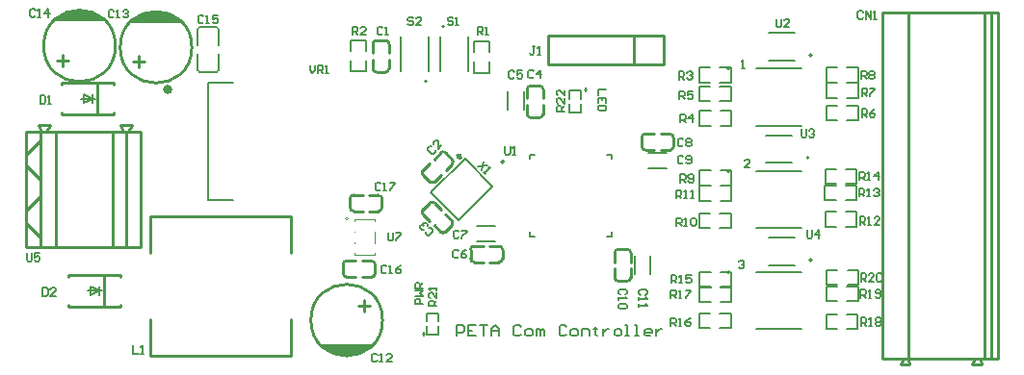
<source format=gbr>
%TF.GenerationSoftware,Altium Limited,Altium Designer,22.5.1 (42)*%
G04 Layer_Color=65535*
%FSLAX45Y45*%
%MOMM*%
%TF.SameCoordinates,F63A7803-94E7-494B-9888-F8709FA5C5B4*%
%TF.FilePolarity,Positive*%
%TF.FileFunction,Legend,Top*%
%TF.Part,Single*%
G01*
G75*
%TA.AperFunction,NonConductor*%
%ADD39C,0.20000*%
%ADD45C,0.25400*%
%ADD46C,0.30000*%
%ADD47C,0.10000*%
%ADD48C,0.15240*%
%ADD49C,0.40000*%
%ADD50C,0.12700*%
%ADD51C,0.20320*%
%ADD52C,0.15001*%
G36*
X3047001Y181301D02*
X3032592Y165341D01*
X2999619Y137734D01*
X2963130Y114977D01*
X2923832Y97512D01*
X2882489Y85676D01*
X2839902Y79701D01*
X2796898D01*
X2754312Y85676D01*
X2712969Y97512D01*
X2673671Y114977D01*
X2637182Y137734D01*
X2604209Y165341D01*
X2589800Y181301D01*
Y181301D01*
X3047001D01*
Y181301D01*
D02*
G37*
G36*
X241340Y3027300D02*
X255749Y3043260D01*
X288722Y3070866D01*
X325211Y3093623D01*
X364508Y3111089D01*
X405851Y3122924D01*
X448438Y3128900D01*
X491442D01*
X534029Y3122924D01*
X575372Y3111089D01*
X614669Y3093623D01*
X651158Y3070866D01*
X684131Y3043260D01*
X698540Y3027300D01*
X698541Y3027300D01*
X241341D01*
X241340Y3027300D01*
D02*
G37*
G36*
X913640Y3015300D02*
X928048Y3031260D01*
X961021Y3058866D01*
X997511Y3081623D01*
X1036808Y3099089D01*
X1078151Y3110924D01*
X1120738Y3116900D01*
X1163742D01*
X1206329Y3110924D01*
X1247672Y3099089D01*
X1286969Y3081623D01*
X1323458Y3058866D01*
X1356431Y3031260D01*
X1370840Y3015300D01*
X1370840Y3015300D01*
X913641D01*
X913640Y3015300D01*
D02*
G37*
G36*
X3501225Y278671D02*
X3516714D01*
Y268671D01*
X3501225D01*
Y253233D01*
X3491225D01*
Y268671D01*
X3476714D01*
Y278671D01*
X3491225D01*
Y293233D01*
X3501225D01*
Y278671D01*
D02*
G37*
G36*
X4923676Y2428912D02*
X4938187D01*
Y2418912D01*
X4923676D01*
Y2404351D01*
X4913676D01*
Y2418912D01*
X4898187D01*
Y2428912D01*
X4913676D01*
Y2444350D01*
X4923676D01*
Y2428912D01*
D02*
G37*
D39*
X3521401Y2500901D02*
G03*
X3521401Y2500901I-10000J0D01*
G01*
X3676501Y2981501D02*
G03*
X3676501Y2981501I-10000J0D01*
G01*
X4203000Y1791301D02*
G03*
X4203000Y1791301I-15000J0D01*
G01*
X6182301Y1707701D02*
G03*
X6182301Y1707701I-10000J0D01*
G01*
Y2609401D02*
G03*
X6182301Y2609401I-10000J0D01*
G01*
X6879300Y1827701D02*
G03*
X6879300Y1827701I-10000J0D01*
G01*
X6904700Y2729401D02*
G03*
X6904700Y2729401I-10000J0D01*
G01*
X6182301Y818701D02*
G03*
X6182301Y818701I-10000J0D01*
G01*
X6905501Y925601D02*
G03*
X6905501Y925601I-10000J0D01*
G01*
X3289301Y2590401D02*
Y2890401D01*
X3539301Y2590400D02*
Y2890401D01*
X3888601Y2892001D02*
X3888601Y2592000D01*
X3638601Y2592001D02*
Y2892001D01*
X3786200Y256800D02*
Y356768D01*
X3836184D01*
X3852845Y340106D01*
Y306784D01*
X3836184Y290122D01*
X3786200D01*
X3952813Y356768D02*
X3886168D01*
Y256800D01*
X3952813D01*
X3886168Y306784D02*
X3919490D01*
X3986136Y356768D02*
X4052781D01*
X4019458D01*
Y256800D01*
X4086103D02*
Y323445D01*
X4119426Y356768D01*
X4152748Y323445D01*
Y256800D01*
Y306784D01*
X4086103D01*
X4352684Y340106D02*
X4336023Y356768D01*
X4302700D01*
X4286039Y340106D01*
Y273461D01*
X4302700Y256800D01*
X4336023D01*
X4352684Y273461D01*
X4402668Y256800D02*
X4435991D01*
X4452652Y273461D01*
Y306784D01*
X4435991Y323445D01*
X4402668D01*
X4386007Y306784D01*
Y273461D01*
X4402668Y256800D01*
X4485975D02*
Y323445D01*
X4502636D01*
X4519297Y306784D01*
Y256800D01*
Y306784D01*
X4535958Y323445D01*
X4552620Y306784D01*
Y256800D01*
X4752555Y340106D02*
X4735894Y356768D01*
X4702571D01*
X4685910Y340106D01*
Y273461D01*
X4702571Y256800D01*
X4735894D01*
X4752555Y273461D01*
X4802539Y256800D02*
X4835862D01*
X4852523Y273461D01*
Y306784D01*
X4835862Y323445D01*
X4802539D01*
X4785878Y306784D01*
Y273461D01*
X4802539Y256800D01*
X4885846D02*
Y323445D01*
X4935830D01*
X4952491Y306784D01*
Y256800D01*
X5002475Y340106D02*
Y323445D01*
X4985813D01*
X5019136D01*
X5002475D01*
Y273461D01*
X5019136Y256800D01*
X5069120Y323445D02*
Y256800D01*
Y290122D01*
X5085781Y306784D01*
X5102442Y323445D01*
X5119104D01*
X5185749Y256800D02*
X5219072D01*
X5235733Y273461D01*
Y306784D01*
X5219072Y323445D01*
X5185749D01*
X5169088Y306784D01*
Y273461D01*
X5185749Y256800D01*
X5269056D02*
X5302378D01*
X5285717D01*
Y356768D01*
X5269056D01*
X5352362Y256800D02*
X5385684D01*
X5369023D01*
Y356768D01*
X5352362D01*
X5485652Y256800D02*
X5452330D01*
X5435668Y273461D01*
Y306784D01*
X5452330Y323445D01*
X5485652D01*
X5502313Y306784D01*
Y290122D01*
X5435668D01*
X5535636Y323445D02*
Y256800D01*
Y290122D01*
X5552298Y306784D01*
X5568959Y323445D01*
X5585620D01*
D45*
X3048098Y2612082D02*
G03*
X3079081Y2581099I30983J0D01*
G01*
X3159078D02*
G03*
X3190063Y2612082I3J30983D01*
G01*
X3079665Y2860652D02*
G03*
X3048679Y2829669I-3J-30983D01*
G01*
X3190645Y2829668D02*
G03*
X3159662Y2860651I-30983J0D01*
G01*
X4155709Y906998D02*
G03*
X4186692Y937981I0J30983D01*
G01*
Y1017978D02*
G03*
X4155709Y1048963I-30983J3D01*
G01*
X3907139Y938565D02*
G03*
X3938122Y907579I30983J-3D01*
G01*
X3938122Y1049545D02*
G03*
X3907139Y1018562I0J-30983D01*
G01*
X5441982Y2037204D02*
G03*
X5410999Y2006221I0J-30983D01*
G01*
X5410999Y1926224D02*
G03*
X5441982Y1895239I30983J-3D01*
G01*
X5690551Y2005637D02*
G03*
X5659568Y2036623I-30983J3D01*
G01*
Y1894656D02*
G03*
X5690551Y1925639I0J30983D01*
G01*
X4545529Y2429480D02*
G03*
X4514546Y2460462I-30983J0D01*
G01*
X4434549Y2460462D02*
G03*
X4403563Y2429479I-3J-30983D01*
G01*
X4513963Y2180910D02*
G03*
X4544948Y2211892I3J30983D01*
G01*
X4402982D02*
G03*
X4433965Y2180910I30983J0D01*
G01*
X3589114Y1428767D02*
G03*
X3545297Y1428767I-21908J-21908D01*
G01*
X3488731Y1372200D02*
G03*
X3488729Y1328381I21906J-21910D01*
G01*
X3742558Y1230680D02*
G03*
X3742560Y1274498I-21906J21910D01*
G01*
X3642175Y1174113D02*
G03*
X3685991Y1174113I21908J21908D01*
G01*
X5316204Y988509D02*
G03*
X5285221Y1019492I-30983J0D01*
G01*
X5205224D02*
G03*
X5174238Y988509I-3J-30983D01*
G01*
X5284637Y739940D02*
G03*
X5315622Y770923I3J30983D01*
G01*
X5173656Y770923D02*
G03*
X5204639Y739940I30983J0D01*
G01*
X3489735Y1717514D02*
G03*
X3489735Y1673698I21908J-21908D01*
G01*
X3546302Y1617131D02*
G03*
X3590120Y1617129I21910J21906D01*
G01*
X3687821Y1870958D02*
G03*
X3644003Y1870960I-21910J-21906D01*
G01*
X3744388Y1770575D02*
G03*
X3744388Y1814391I-21908J21908D01*
G01*
X3133361Y397201D02*
G03*
X3133361Y397201I-314960J0D01*
G01*
X3035719Y775798D02*
G03*
X3066702Y806781I0J30983D01*
G01*
Y886778D02*
G03*
X3035719Y917764I-30983J3D01*
G01*
X2787150Y807365D02*
G03*
X2818133Y776379I30983J-3D01*
G01*
Y918345D02*
G03*
X2787150Y887362I0J-30983D01*
G01*
X2879082Y1499104D02*
G03*
X2848099Y1468121I0J-30983D01*
G01*
Y1388124D02*
G03*
X2879082Y1357138I30983J-3D01*
G01*
X3127651Y1467537D02*
G03*
X3096668Y1498522I-30983J3D01*
G01*
X3096668Y1356557D02*
G03*
X3127651Y1387540I0J30983D01*
G01*
X1457200Y2799400D02*
G03*
X1457200Y2799400I-314960J0D01*
G01*
X784900Y2811400D02*
G03*
X784900Y2811400I-314960J0D01*
G01*
X4584801Y2652001D02*
X5344449D01*
X4584801D02*
Y2906001D01*
X5600801D01*
Y2652001D02*
Y2906001D01*
X5344449Y2652001D02*
X5600801D01*
X5344449D02*
Y2906001D01*
X3048685Y2749664D02*
Y2829664D01*
X3079665Y2860647D02*
X3159662Y2860647D01*
X3190645Y2749664D02*
Y2829664D01*
X3048098Y2612077D02*
Y2692074D01*
X3190063Y2612077D02*
Y2692074D01*
X3079076Y2581099D02*
X3159078D01*
X3938127Y907585D02*
X4018127D01*
X3907144Y1018563D02*
X3907145Y938565D01*
X3938127Y1049545D02*
X4018127D01*
X4075716Y906998D02*
X4155714Y906998D01*
X4075717Y1048963D02*
X4155714Y1048963D01*
X4186691Y937976D02*
X4186692Y1017978D01*
X312024Y2468491D02*
Y2485255D01*
Y2205347D02*
Y2222111D01*
X772018Y2468491D02*
Y2485255D01*
Y2205347D02*
Y2222111D01*
X312024Y2205347D02*
X772018D01*
X628508D02*
Y2485255D01*
X312024D02*
X772018D01*
X5579563Y2036617D02*
X5659563Y2036617D01*
X5690547Y1925640D02*
Y2005637D01*
X5579563Y1894656D02*
X5659563Y1894657D01*
X5441977Y2037204D02*
X5521974Y2037204D01*
X5441977Y1895238D02*
X5521974D01*
X5410999Y1926224D02*
X5410999Y2006226D01*
X4433960Y2180910D02*
X4513962D01*
X4544947Y2211887D02*
X4544948Y2291885D01*
X4402982D02*
X4402982Y2211887D01*
X4545529Y2429474D02*
X4545529Y2349474D01*
X4434549Y2460457D02*
X4514546Y2460457D01*
X4403569Y2349474D02*
Y2429474D01*
X3685987Y1174110D02*
X3742557Y1230680D01*
X3685996Y1331061D02*
X3742563Y1274495D01*
X3585611Y1230676D02*
X3642178Y1174110D01*
X3589117Y1428763D02*
X3645686Y1372194D01*
X3488734Y1372196D02*
X3545301Y1428763D01*
X3488736Y1328382D02*
X3545305Y1271813D01*
X5315617Y770928D02*
Y850927D01*
X5204640Y739945D02*
X5284637Y739944D01*
X5173656Y770928D02*
Y850927D01*
X5316204Y908517D02*
Y988514D01*
X5174238Y908517D02*
Y988514D01*
X5205224Y1019492D02*
X5285226Y1019492D01*
X3687821Y1870958D02*
X3744391Y1814388D01*
X3587440Y1814397D02*
X3644007Y1870963D01*
X3687825Y1714012D02*
X3744392Y1770578D01*
X3489739Y1717518D02*
X3546307Y1774086D01*
X3489739Y1673701D02*
X3546305Y1617134D01*
X3590120Y1617136D02*
X3646688Y1673705D01*
X880990Y1048100D02*
Y2046104D01*
X257839Y1048100D02*
Y2042711D01*
X261233Y2046104D01*
X124291Y1048100D02*
Y2046104D01*
X121480Y1974781D02*
X124289D01*
X2099Y1855401D02*
X121480Y1974781D01*
X2100Y1756341D02*
X2369D01*
X124289Y1634421D01*
Y1487370D02*
Y1499801D01*
X2099Y1365181D02*
X124289Y1487370D01*
X2100Y1240721D02*
X11934D01*
X124289Y1128367D01*
X762101Y1048100D02*
Y2046104D01*
X-1901Y2057102D02*
X1008100D01*
X-1901Y1037099D02*
Y2057102D01*
Y1037099D02*
X1008100D01*
Y2057102D01*
X828100Y2117102D02*
X854516Y2057102D01*
X828100Y2117102D02*
X928100D01*
X897528Y2057103D02*
X928100Y2117102D01*
X108101Y2117100D02*
X134517Y2057105D01*
X108101Y2117100D02*
X208101D01*
X177530Y2057105D02*
X208101Y2117100D01*
X2970801Y473401D02*
X2970801Y575001D01*
X2920001Y524201D02*
X3021600Y524201D01*
X2818138Y776384D02*
X2898137Y776385D01*
X2787155Y807365D02*
Y887362D01*
X2818138Y918345D02*
X2898137Y918345D01*
X2955727Y775798D02*
X3035724Y775798D01*
X2955727Y917763D02*
X3035724D01*
X3066702Y806776D02*
Y886778D01*
X2325295Y989314D02*
Y1311201D01*
Y81201D02*
Y403087D01*
X1095295Y81201D02*
Y403087D01*
Y989314D02*
Y1311201D01*
Y81201D02*
X2325295Y81201D01*
X1095295Y1311201D02*
X2325295Y1311201D01*
X3016664Y1498517D02*
X3096663Y1498517D01*
X3127646Y1387540D02*
X3127647Y1467537D01*
X3016664Y1356556D02*
X3096663Y1356557D01*
X2879077Y1499104D02*
X2959074D01*
X2879077Y1357138D02*
X2959074D01*
X2848099Y1388124D02*
X2848099Y1468126D01*
X369924Y781291D02*
Y798055D01*
Y518147D02*
Y534911D01*
X829918Y781291D02*
Y798055D01*
Y518147D02*
Y534911D01*
X369924Y518147D02*
X829918D01*
X686408D02*
Y798055D01*
X369924D02*
X829918D01*
X989840Y2621601D02*
X989840Y2723200D01*
X939040Y2672400D02*
X1040640Y2672401D01*
X317541Y2633601D02*
Y2735200D01*
X266741Y2684401D02*
X368340D01*
X7526502Y61201D02*
Y3105203D01*
X8330965Y29705D02*
Y61201D01*
X8316233Y15227D02*
X8330965Y29705D01*
X8316233Y5321D02*
Y15227D01*
Y5321D02*
X8396243D01*
Y25133D01*
X8386340Y35199D02*
X8396243Y25133D01*
X8386337Y61201D02*
X8386340Y35199D01*
X8386337Y61201D02*
X8386500Y55199D01*
X7526502Y61201D02*
X8546502D01*
X7701127Y29705D02*
Y61201D01*
X7686395Y15227D02*
X7701127Y29705D01*
X7686395Y5321D02*
Y15227D01*
Y5321D02*
X7766405D01*
Y25133D01*
X7756501Y35199D02*
X7766405Y25133D01*
X7756499Y61201D02*
X7756501Y35199D01*
X7756499Y61201D02*
X7756501Y65199D01*
X8423807Y3109201D02*
X8423807Y61201D01*
X8484958Y3109201D02*
X8484958Y61201D01*
X7754949D02*
X7755889Y3109201D01*
X8546502D02*
X8546502Y61201D01*
X7526502Y3109201D02*
X8546502D01*
D46*
X3817316Y1827689D02*
G03*
X3817137Y1827509I-10697J10517D01*
G01*
D47*
X2833213Y1291600D02*
G03*
X2833213Y1291600I-12700J0D01*
G01*
X2882903Y1281506D02*
X2882903Y1266912D01*
X2882903Y1176081D02*
X2882903Y1171914D01*
X2882903Y1076920D02*
X2882903Y1081085D01*
Y971505D02*
Y986089D01*
X3062905Y1266912D02*
X3062905Y1281507D01*
Y1076920D02*
Y1176084D01*
X3062905Y986092D02*
X3062905Y971505D01*
X2882903Y971505D02*
X3062905Y971505D01*
X2882903Y1281506D02*
X3062905Y1281507D01*
D48*
X1509940Y2597881D02*
G03*
X1525180Y2582641I15240J0D01*
G01*
X1675421Y2582641D02*
G03*
X1690661Y2597881I0J15240D01*
G01*
X1525180Y2975361D02*
G03*
X1509940Y2960121I0J-15240D01*
G01*
X1690661Y2960121D02*
G03*
X1675421Y2975361I-15240J0D01*
G01*
X4774340Y2346422D02*
Y2418225D01*
X4874061D01*
Y2346422D02*
Y2418225D01*
X4774340Y2229376D02*
Y2301180D01*
Y2229376D02*
X4874061D01*
Y2301180D01*
X3625461Y270358D02*
Y342161D01*
X3525740Y270358D02*
X3625461D01*
X3525740D02*
Y342161D01*
X3625461Y387404D02*
Y459207D01*
X3525740D02*
X3625461D01*
X3525740Y387404D02*
Y459207D01*
X2852840Y2586093D02*
Y2681980D01*
Y2586093D02*
X2984961D01*
Y2681980D01*
X2852840Y2767223D02*
Y2863110D01*
X2984961D01*
Y2767223D02*
Y2863110D01*
X4069161Y2757149D02*
Y2853036D01*
X3937040D02*
X4069161D01*
X3937040Y2757149D02*
Y2853036D01*
X4069161Y2576019D02*
Y2671907D01*
X3937040Y2576019D02*
X4069161D01*
X3937040D02*
Y2671907D01*
X7216221Y2352041D02*
X7312109D01*
Y2484161D01*
X7216221D02*
X7312109D01*
X7035092Y2352041D02*
X7130979D01*
X7035092D02*
Y2484161D01*
X7130979D01*
X7035692Y2621961D02*
X7131580D01*
X7035692Y2489841D02*
Y2621961D01*
Y2489841D02*
X7131580D01*
X7216822Y2621961D02*
X7312710D01*
Y2489841D02*
Y2621961D01*
X7216822Y2489841D02*
X7312710D01*
X6100922Y1449940D02*
X6196810D01*
Y1582061D01*
X6100922D02*
X6196810D01*
X5919792Y1449940D02*
X6015680D01*
X5919792D02*
Y1582061D01*
X6015680D01*
X6100922Y1582340D02*
X6196809D01*
Y1714461D01*
X6100922D02*
X6196809D01*
X5919792Y1582340D02*
X6015679D01*
X5919792D02*
Y1714461D01*
X6015679D01*
X5920692Y2238361D02*
X6016579D01*
X5920692Y2106240D02*
Y2238361D01*
Y2106240D02*
X6016579D01*
X6101822Y2238361D02*
X6197709D01*
Y2106240D02*
Y2238361D01*
X6101822Y2106240D02*
X6197709D01*
X6099422Y2324140D02*
X6195309D01*
Y2456261D01*
X6099422D02*
X6195309D01*
X5918292Y2324140D02*
X6014179D01*
X5918292D02*
Y2456261D01*
X6014179D01*
X6097922Y2487040D02*
X6193809D01*
Y2619161D01*
X6097922D02*
X6193809D01*
X5916792Y2487040D02*
X6012679D01*
X5916792D02*
Y2619161D01*
X6012679D01*
X7021792Y1584261D02*
X7117679D01*
X7021792Y1452140D02*
Y1584261D01*
Y1452140D02*
X7117679D01*
X7202921Y1584261D02*
X7298809D01*
Y1452140D02*
Y1584261D01*
X7202921Y1452140D02*
X7298809D01*
X7024592Y1729061D02*
X7120479D01*
X7024592Y1596940D02*
Y1729061D01*
Y1596940D02*
X7120479D01*
X7205722Y1729061D02*
X7301609D01*
Y1596940D02*
Y1729061D01*
X7205722Y1596940D02*
X7301609D01*
X7036216Y2286261D02*
X7132103D01*
X7036216Y2154140D02*
Y2286261D01*
Y2154140D02*
X7132103D01*
X7217346Y2286261D02*
X7313233D01*
Y2154140D02*
Y2286261D01*
X7217346Y2154140D02*
X7313233D01*
X6099021Y326540D02*
X6194909D01*
Y458661D01*
X6099021D02*
X6194909D01*
X5917892Y326540D02*
X6013779D01*
X5917892D02*
Y458661D01*
X6013779D01*
X6100721Y555840D02*
X6196609D01*
Y687961D01*
X6100721D02*
X6196609D01*
X5919592Y555840D02*
X6015479D01*
X5919592D02*
Y687961D01*
X6015479D01*
X6100722Y688840D02*
X6196609D01*
Y820961D01*
X6100722D02*
X6196609D01*
X5919592Y688840D02*
X6015479D01*
X5919592D02*
Y820961D01*
X6015479D01*
X6099421Y1207141D02*
X6195309D01*
Y1339261D01*
X6099421D02*
X6195309D01*
X5918292Y1207141D02*
X6014179D01*
X5918292D02*
Y1339261D01*
X6014179D01*
X7214521Y316840D02*
X7310409D01*
Y448961D01*
X7214521D02*
X7310409D01*
X7033392Y316840D02*
X7129279D01*
X7033392D02*
Y448961D01*
X7129279D01*
X7036392Y839961D02*
X7132280D01*
X7036392Y707841D02*
Y839961D01*
Y707841D02*
X7132280D01*
X7217522Y839961D02*
X7313410D01*
Y707841D02*
Y839961D01*
X7217522Y707841D02*
X7313410D01*
X7035092Y696361D02*
X7130979D01*
X7035092Y564240D02*
Y696361D01*
Y564240D02*
X7130979D01*
X7216222Y696361D02*
X7312109D01*
Y564240D02*
Y696361D01*
X7216222Y564240D02*
X7312109D01*
X7204621Y1219940D02*
X7300509D01*
Y1352061D01*
X7204621D02*
X7300509D01*
X7023492Y1219940D02*
X7119379D01*
X7023492D02*
Y1352061D01*
X7119379D01*
X1690661Y2597881D02*
Y2738881D01*
X1509940Y2597881D02*
X1509940Y2738882D01*
X1525180Y2582641D02*
X1675421Y2582641D01*
X1690661Y2819120D02*
Y2960121D01*
X1509940Y2960121D02*
X1509940Y2819120D01*
X1525180Y2975361D02*
X1675421D01*
X1601014Y1455582D02*
Y2486822D01*
D49*
X1265407Y2428402D02*
G03*
X1265407Y2428402I-19990J0D01*
G01*
D50*
X5109001Y1856301D02*
X5148001D01*
Y1817301D02*
Y1856301D01*
Y1136301D02*
Y1175301D01*
X5109001Y1136301D02*
X5148001D01*
X4428001D02*
X4467000D01*
X4428001D02*
Y1175301D01*
Y1817301D02*
Y1856301D01*
X4467000D01*
X3964000Y1086801D02*
X4124001D01*
X3964000Y1224801D02*
X4124001D01*
X581010Y2345301D02*
Y2383401D01*
X504810D02*
X581010Y2345301D01*
X504810D02*
Y2383401D01*
X581010Y2307201D02*
Y2345301D01*
X504810Y2307201D02*
X581010Y2345301D01*
X504810Y2307201D02*
Y2345301D01*
X479410D02*
X606411D01*
X5471000Y1732100D02*
X5631001D01*
X5471000Y1870100D02*
X5631001Y1870101D01*
X6416800Y1206201D02*
X6816801D01*
X6416800Y1710201D02*
X6816801D01*
X6416800Y2107901D02*
X6816801D01*
X6416800Y2611901D02*
X6816801D01*
X6501801Y2023201D02*
X6731801D01*
X6501801Y1782201D02*
X6731801D01*
X6527201Y2683901D02*
X6757201D01*
X6527201Y2924901D02*
X6757201D01*
X4235901Y2249200D02*
Y2409201D01*
X4373901D02*
X4373901Y2249200D01*
X5486300Y805701D02*
X5486300Y965701D01*
X5348300Y805701D02*
Y965701D01*
X6416800Y317201D02*
X6816801D01*
X6416800Y821201D02*
X6816801D01*
X6528001Y1121101D02*
X6758001D01*
X6528001Y880101D02*
X6758001D01*
X638910Y658101D02*
Y696201D01*
X562710D02*
X638910Y658101D01*
X562710D02*
Y696201D01*
X638910Y620001D02*
Y658101D01*
X562710Y620001D02*
X638910Y658101D01*
X562710Y620001D02*
Y658101D01*
X537310D02*
X664311D01*
X4734189Y2234998D02*
X4664211D01*
Y2269986D01*
X4675874Y2281649D01*
X4699200D01*
X4710863Y2269986D01*
Y2234998D01*
Y2258323D02*
X4734189Y2281649D01*
Y2351627D02*
Y2304975D01*
X4687537Y2351627D01*
X4675874D01*
X4664211Y2339964D01*
Y2316638D01*
X4675874Y2304975D01*
X4734189Y2421604D02*
Y2374953D01*
X4687537Y2421604D01*
X4675874D01*
X4664211Y2409941D01*
Y2386615D01*
X4675874Y2374953D01*
X5100689Y2426304D02*
X5030712D01*
Y2379652D01*
X5100689Y2309675D02*
Y2356327D01*
X5030712D01*
Y2309675D01*
X5065701Y2356327D02*
Y2333001D01*
X5100689Y2286349D02*
X5030712D01*
Y2251360D01*
X5042375Y2239697D01*
X5089026D01*
X5100689Y2251360D01*
Y2286349D01*
X3610489Y521342D02*
X3540512D01*
Y556331D01*
X3552175Y567994D01*
X3575500D01*
X3587163Y556331D01*
Y521342D01*
Y544668D02*
X3610489Y567994D01*
Y637971D02*
Y591319D01*
X3563837Y637971D01*
X3552175D01*
X3540512Y626308D01*
Y602982D01*
X3552175Y591319D01*
X3610489Y661297D02*
Y684623D01*
Y672960D01*
X3540512D01*
X3552175Y661297D01*
X3486189Y538598D02*
X3416211D01*
Y573587D01*
X3427874Y585250D01*
X3451200D01*
X3462863Y573587D01*
Y538598D01*
X3416211Y608575D02*
X3486189D01*
X3462863Y631901D01*
X3486189Y655227D01*
X3416211D01*
X3486189Y678553D02*
X3416211D01*
Y713542D01*
X3427874Y725205D01*
X3451200D01*
X3462863Y713542D01*
Y678553D01*
Y701879D02*
X3486189Y725205D01*
X4473301Y2806489D02*
X4449975D01*
X4461638D01*
Y2748175D01*
X4449975Y2736512D01*
X4438312D01*
X4426649Y2748175D01*
X4496627Y2736512D02*
X4519952D01*
X4508289D01*
Y2806489D01*
X4496627Y2794827D01*
X4022854Y1796629D02*
X4006360Y1714160D01*
X4055842Y1763641D02*
X3973373Y1747147D01*
X4022854Y1697666D02*
X4039348Y1681172D01*
X4031101Y1689419D01*
X4080583Y1738901D01*
X4064089D01*
X6863286Y1188390D02*
Y1130075D01*
X6874949Y1118412D01*
X6898275D01*
X6909938Y1130075D01*
Y1188390D01*
X6968252Y1118412D02*
Y1188390D01*
X6933264Y1153401D01*
X6979915D01*
X6812486Y2077390D02*
Y2019075D01*
X6824149Y2007412D01*
X6847475D01*
X6859138Y2019075D01*
Y2077390D01*
X6882464Y2065727D02*
X6894126Y2077390D01*
X6917452D01*
X6929115Y2065727D01*
Y2054064D01*
X6917452Y2042401D01*
X6905789D01*
X6917452D01*
X6929115Y2030738D01*
Y2019075D01*
X6917452Y2007412D01*
X6894126D01*
X6882464Y2019075D01*
X6592085Y3046289D02*
Y2987974D01*
X6603748Y2976311D01*
X6627074D01*
X6638737Y2987974D01*
Y3046289D01*
X6708715Y2976311D02*
X6662063D01*
X6708715Y3022963D01*
Y3034626D01*
X6697052Y3046289D01*
X6673726D01*
X6662063Y3034626D01*
X2493160Y2644089D02*
Y2597438D01*
X2516486Y2574112D01*
X2539812Y2597438D01*
Y2644089D01*
X2563138Y2574112D02*
Y2644089D01*
X2598126D01*
X2609789Y2632427D01*
Y2609101D01*
X2598126Y2597438D01*
X2563138D01*
X2586463D02*
X2609789Y2574112D01*
X2633115D02*
X2656441D01*
X2644778D01*
Y2644089D01*
X2633115Y2632427D01*
X5286Y985190D02*
Y926875D01*
X16949Y915212D01*
X40275D01*
X51938Y926875D01*
Y985190D01*
X121915D02*
X75264D01*
Y950201D01*
X98589Y961864D01*
X110252D01*
X121915Y950201D01*
Y926875D01*
X110252Y915212D01*
X86926D01*
X75264Y926875D01*
X3178829Y1165790D02*
Y1107475D01*
X3190492Y1095812D01*
X3213818D01*
X3225481Y1107475D01*
Y1165790D01*
X3248807D02*
X3295458D01*
Y1154127D01*
X3248807Y1107475D01*
Y1095812D01*
X4207949Y1924990D02*
Y1866675D01*
X4219612Y1855012D01*
X4242938D01*
X4254601Y1866675D01*
Y1924990D01*
X4277926Y1855012D02*
X4301252D01*
X4289589D01*
Y1924990D01*
X4277926Y1913327D01*
X6290038Y2617412D02*
X6313364D01*
X6301701D01*
Y2687390D01*
X6290038Y2675727D01*
X3403238Y3052326D02*
X3391575Y3063989D01*
X3368249D01*
X3356586Y3052326D01*
Y3040663D01*
X3368249Y3029001D01*
X3391575D01*
X3403238Y3017338D01*
Y3005675D01*
X3391575Y2994012D01*
X3368249D01*
X3356586Y3005675D01*
X3473215Y2994012D02*
X3426563D01*
X3473215Y3040663D01*
Y3052326D01*
X3461552Y3063989D01*
X3438226D01*
X3426563Y3052326D01*
X3753401D02*
X3741738Y3063989D01*
X3718412D01*
X3706749Y3052326D01*
Y3040663D01*
X3718412Y3029001D01*
X3741738D01*
X3753401Y3017338D01*
Y3005675D01*
X3741738Y2994012D01*
X3718412D01*
X3706749Y3005675D01*
X3776727Y2994012D02*
X3800052D01*
X3788389D01*
Y3063989D01*
X3776727Y3052326D01*
X7336118Y738912D02*
Y808890D01*
X7371107D01*
X7382770Y797227D01*
Y773901D01*
X7371107Y762238D01*
X7336118D01*
X7359444D02*
X7382770Y738912D01*
X7452748D02*
X7406096D01*
X7452748Y785564D01*
Y797227D01*
X7441085Y808890D01*
X7417759D01*
X7406096Y797227D01*
X7476073D02*
X7487736Y808890D01*
X7511062D01*
X7522725Y797227D01*
Y750575D01*
X7511062Y738912D01*
X7487736D01*
X7476073Y750575D01*
Y797227D01*
X7335651Y595312D02*
Y665290D01*
X7370640D01*
X7382303Y653627D01*
Y630301D01*
X7370640Y618638D01*
X7335651D01*
X7358977D02*
X7382303Y595312D01*
X7405629D02*
X7428955D01*
X7417292D01*
Y665290D01*
X7405629Y653627D01*
X7463943Y606975D02*
X7475606Y595312D01*
X7498932D01*
X7510595Y606975D01*
Y653627D01*
X7498932Y665290D01*
X7475606D01*
X7463943Y653627D01*
Y641964D01*
X7475606Y630301D01*
X7510595D01*
X7339305Y347912D02*
Y417889D01*
X7374294D01*
X7385957Y406227D01*
Y382901D01*
X7374294Y371238D01*
X7339305D01*
X7362631D02*
X7385957Y347912D01*
X7409282D02*
X7432608D01*
X7420945D01*
Y417889D01*
X7409282Y406227D01*
X7467597D02*
X7479260Y417889D01*
X7502586D01*
X7514249Y406227D01*
Y394564D01*
X7502586Y382901D01*
X7514249Y371238D01*
Y359575D01*
X7502586Y347912D01*
X7479260D01*
X7467597Y359575D01*
Y371238D01*
X7479260Y382901D01*
X7467597Y394564D01*
Y406227D01*
X7479260Y382901D02*
X7502586D01*
X5667329Y590612D02*
Y660589D01*
X5702318D01*
X5713980Y648927D01*
Y625601D01*
X5702318Y613938D01*
X5667329D01*
X5690655D02*
X5713980Y590612D01*
X5737306D02*
X5760632D01*
X5748969D01*
Y660589D01*
X5737306Y648927D01*
X5795621Y660589D02*
X5842273D01*
Y648927D01*
X5795621Y602275D01*
Y590612D01*
X5666529Y347512D02*
Y417489D01*
X5701517D01*
X5713180Y405826D01*
Y382501D01*
X5701517Y370838D01*
X5666529D01*
X5689855D02*
X5713180Y347512D01*
X5736506D02*
X5759832D01*
X5748169D01*
Y417489D01*
X5736506Y405826D01*
X5841472Y417489D02*
X5818147Y405826D01*
X5794821Y382501D01*
Y359175D01*
X5806484Y347512D01*
X5829810D01*
X5841472Y359175D01*
Y370838D01*
X5829810Y382501D01*
X5794821D01*
X5671929Y722712D02*
Y792690D01*
X5706918D01*
X5718581Y781027D01*
Y757701D01*
X5706918Y746038D01*
X5671929D01*
X5695255D02*
X5718581Y722712D01*
X5741906D02*
X5765232D01*
X5753569D01*
Y792690D01*
X5741906Y781027D01*
X5846873Y792690D02*
X5800221D01*
Y757701D01*
X5823547Y769364D01*
X5835210D01*
X5846873Y757701D01*
Y734375D01*
X5835210Y722712D01*
X5811884D01*
X5800221Y734375D01*
X7325151Y1630062D02*
Y1700040D01*
X7360140D01*
X7371803Y1688377D01*
Y1665051D01*
X7360140Y1653388D01*
X7325151D01*
X7348477D02*
X7371803Y1630062D01*
X7395129D02*
X7418455D01*
X7406792D01*
Y1700040D01*
X7395129Y1688377D01*
X7488432Y1630062D02*
Y1700040D01*
X7453443Y1665051D01*
X7500095D01*
X7322351Y1485262D02*
Y1555240D01*
X7357340D01*
X7369003Y1543577D01*
Y1520251D01*
X7357340Y1508588D01*
X7322351D01*
X7345677D02*
X7369003Y1485262D01*
X7392328D02*
X7415654D01*
X7403991D01*
Y1555240D01*
X7392328Y1543577D01*
X7450643D02*
X7462306Y1555240D01*
X7485632D01*
X7497295Y1543577D01*
Y1531914D01*
X7485632Y1520251D01*
X7473969D01*
X7485632D01*
X7497295Y1508588D01*
Y1496925D01*
X7485632Y1485262D01*
X7462306D01*
X7450643Y1496925D01*
X7329405Y1238312D02*
Y1308289D01*
X7364394D01*
X7376057Y1296627D01*
Y1273301D01*
X7364394Y1261638D01*
X7329405D01*
X7352731D02*
X7376057Y1238312D01*
X7399382D02*
X7422708D01*
X7411045D01*
Y1308289D01*
X7399382Y1296627D01*
X7504349Y1238312D02*
X7457697D01*
X7504349Y1284964D01*
Y1296627D01*
X7492686Y1308289D01*
X7469360D01*
X7457697Y1296627D01*
X5714392Y1468612D02*
Y1538590D01*
X5749380D01*
X5761043Y1526927D01*
Y1503601D01*
X5749380Y1491938D01*
X5714392D01*
X5737718D02*
X5761043Y1468612D01*
X5784369D02*
X5807695D01*
X5796032D01*
Y1538590D01*
X5784369Y1526927D01*
X5842684Y1468612D02*
X5866010D01*
X5854347D01*
Y1538590D01*
X5842684Y1526927D01*
X5715029Y1227212D02*
Y1297189D01*
X5750017D01*
X5761680Y1285527D01*
Y1262201D01*
X5750017Y1250538D01*
X5715029D01*
X5738355D02*
X5761680Y1227212D01*
X5785006D02*
X5808332D01*
X5796669D01*
Y1297189D01*
X5785006Y1285527D01*
X5843321D02*
X5854984Y1297189D01*
X5878310D01*
X5889972Y1285527D01*
Y1238875D01*
X5878310Y1227212D01*
X5854984D01*
X5843321Y1238875D01*
Y1285527D01*
X5749380Y1609512D02*
Y1679490D01*
X5784369D01*
X5796032Y1667827D01*
Y1644501D01*
X5784369Y1632838D01*
X5749380D01*
X5772706D02*
X5796032Y1609512D01*
X5819358Y1621175D02*
X5831021Y1609512D01*
X5854347D01*
X5866010Y1621175D01*
Y1667827D01*
X5854347Y1679490D01*
X5831021D01*
X5819358Y1667827D01*
Y1656164D01*
X5831021Y1644501D01*
X5866010D01*
X7340417Y2520912D02*
Y2590890D01*
X7375406D01*
X7387069Y2579227D01*
Y2555901D01*
X7375406Y2544238D01*
X7340417D01*
X7363743D02*
X7387069Y2520912D01*
X7410394Y2579227D02*
X7422057Y2590890D01*
X7445383D01*
X7457046Y2579227D01*
Y2567564D01*
X7445383Y2555901D01*
X7457046Y2544238D01*
Y2532575D01*
X7445383Y2520912D01*
X7422057D01*
X7410394Y2532575D01*
Y2544238D01*
X7422057Y2555901D01*
X7410394Y2567564D01*
Y2579227D01*
X7422057Y2555901D02*
X7445383D01*
X7344762Y2370412D02*
Y2440390D01*
X7379751D01*
X7391414Y2428727D01*
Y2405401D01*
X7379751Y2393738D01*
X7344762D01*
X7368088D02*
X7391414Y2370412D01*
X7414740Y2440390D02*
X7461391D01*
Y2428727D01*
X7414740Y2382075D01*
Y2370412D01*
X7345887Y2185212D02*
Y2255190D01*
X7380875D01*
X7392538Y2243527D01*
Y2220201D01*
X7380875Y2208538D01*
X7345887D01*
X7369212D02*
X7392538Y2185212D01*
X7462516Y2255190D02*
X7439190Y2243527D01*
X7415864Y2220201D01*
Y2196875D01*
X7427527Y2185212D01*
X7450853D01*
X7462516Y2196875D01*
Y2208538D01*
X7450853Y2220201D01*
X7415864D01*
X5742386Y2342612D02*
Y2412590D01*
X5777375D01*
X5789038Y2400927D01*
Y2377601D01*
X5777375Y2365938D01*
X5742386D01*
X5765712D02*
X5789038Y2342612D01*
X5859015Y2412590D02*
X5812364D01*
Y2377601D01*
X5835689Y2389264D01*
X5847352D01*
X5859015Y2377601D01*
Y2354275D01*
X5847352Y2342612D01*
X5824026D01*
X5812364Y2354275D01*
X5749380Y2137612D02*
Y2207589D01*
X5784369D01*
X5796032Y2195927D01*
Y2172601D01*
X5784369Y2160938D01*
X5749380D01*
X5772706D02*
X5796032Y2137612D01*
X5854347D02*
Y2207589D01*
X5819358Y2172601D01*
X5866010D01*
X5738986Y2516412D02*
Y2586390D01*
X5773975D01*
X5785638Y2574727D01*
Y2551401D01*
X5773975Y2539738D01*
X5738986D01*
X5762312D02*
X5785638Y2516412D01*
X5808963Y2574727D02*
X5820626Y2586390D01*
X5843952D01*
X5855615Y2574727D01*
Y2563064D01*
X5843952Y2551401D01*
X5832289D01*
X5843952D01*
X5855615Y2539738D01*
Y2528075D01*
X5843952Y2516412D01*
X5820626D01*
X5808963Y2528075D01*
X2869586Y2910039D02*
Y2980016D01*
X2904575D01*
X2916238Y2968353D01*
Y2945028D01*
X2904575Y2933365D01*
X2869586D01*
X2892912D02*
X2916238Y2910039D01*
X2986215D02*
X2939564D01*
X2986215Y2956691D01*
Y2968353D01*
X2974552Y2980016D01*
X2951227D01*
X2939564Y2968353D01*
X3967249Y2910039D02*
Y2980016D01*
X4002238D01*
X4013901Y2968353D01*
Y2945028D01*
X4002238Y2933365D01*
X3967249D01*
X3990575D02*
X4013901Y2910039D01*
X4037226D02*
X4060552D01*
X4048889D01*
Y2980016D01*
X4037226Y2968353D01*
X939743Y172390D02*
Y102412D01*
X986395D01*
X1009721D02*
X1033047D01*
X1021384D01*
Y172390D01*
X1009721Y160727D01*
X144986Y680390D02*
Y610412D01*
X179975D01*
X191638Y622075D01*
Y668727D01*
X179975Y680390D01*
X144986D01*
X261615Y610412D02*
X214964D01*
X261615Y657064D01*
Y668727D01*
X249952Y680390D01*
X226626D01*
X214964Y668727D01*
X124549Y2374089D02*
Y2304112D01*
X159538D01*
X171201Y2315775D01*
Y2362427D01*
X159538Y2374089D01*
X124549D01*
X194526Y2304112D02*
X217852D01*
X206189D01*
Y2374089D01*
X194526Y2362427D01*
X7356712Y3107327D02*
X7345049Y3118989D01*
X7321723D01*
X7310060Y3107327D01*
Y3060675D01*
X7321723Y3049012D01*
X7345049D01*
X7356712Y3060675D01*
X7380038Y3049012D02*
Y3118989D01*
X7426689Y3049012D01*
Y3118989D01*
X7450015Y3049012D02*
X7473341D01*
X7461678D01*
Y3118989D01*
X7450015Y3107327D01*
X3117581Y1595627D02*
X3105918Y1607290D01*
X3082592D01*
X3070929Y1595627D01*
Y1548975D01*
X3082592Y1537312D01*
X3105918D01*
X3117581Y1548975D01*
X3140906Y1537312D02*
X3164232D01*
X3152569D01*
Y1607290D01*
X3140906Y1595627D01*
X3199221Y1607290D02*
X3245873D01*
Y1595627D01*
X3199221Y1548975D01*
Y1537312D01*
X3167580Y869426D02*
X3155917Y881089D01*
X3132591D01*
X3120928Y869426D01*
Y822774D01*
X3132591Y811111D01*
X3155917D01*
X3167580Y822774D01*
X3190906Y811111D02*
X3214232D01*
X3202569D01*
Y881089D01*
X3190906Y869426D01*
X3295872Y881089D02*
X3272546Y869426D01*
X3249220Y846100D01*
Y822774D01*
X3260883Y811111D01*
X3284209D01*
X3295872Y822774D01*
Y834437D01*
X3284209Y846100D01*
X3249220D01*
X1559480Y3069027D02*
X1547818Y3080690D01*
X1524492D01*
X1512829Y3069027D01*
Y3022375D01*
X1524492Y3010712D01*
X1547818D01*
X1559480Y3022375D01*
X1582806Y3010712D02*
X1606132D01*
X1594469D01*
Y3080690D01*
X1582806Y3069027D01*
X1687773Y3080690D02*
X1641121D01*
Y3045701D01*
X1664447Y3057364D01*
X1676110D01*
X1687773Y3045701D01*
Y3022375D01*
X1676110Y3010712D01*
X1652784D01*
X1641121Y3022375D01*
X81780Y3124227D02*
X70117Y3135890D01*
X46792D01*
X35129Y3124227D01*
Y3077575D01*
X46792Y3065912D01*
X70117D01*
X81780Y3077575D01*
X105106Y3065912D02*
X128432D01*
X116769D01*
Y3135890D01*
X105106Y3124227D01*
X198410Y3065912D02*
Y3135890D01*
X163421Y3100901D01*
X210072D01*
X770181Y3117927D02*
X758518Y3129590D01*
X735192D01*
X723529Y3117927D01*
Y3071275D01*
X735192Y3059612D01*
X758518D01*
X770181Y3071275D01*
X793506Y3059612D02*
X816832D01*
X805169D01*
Y3129590D01*
X793506Y3117927D01*
X851821D02*
X863484Y3129590D01*
X886810D01*
X898473Y3117927D01*
Y3106264D01*
X886810Y3094601D01*
X875147D01*
X886810D01*
X898473Y3082938D01*
Y3071275D01*
X886810Y3059612D01*
X863484D01*
X851821Y3071275D01*
X3086780Y90527D02*
X3075118Y102190D01*
X3051792D01*
X3040129Y90527D01*
Y43875D01*
X3051792Y32212D01*
X3075118D01*
X3086780Y43875D01*
X3110106Y32212D02*
X3133432D01*
X3121769D01*
Y102190D01*
X3110106Y90527D01*
X3215073Y32212D02*
X3168421D01*
X3215073Y78864D01*
Y90527D01*
X3203410Y102190D01*
X3180084D01*
X3168421Y90527D01*
X5446627Y619158D02*
X5458290Y630821D01*
Y654147D01*
X5446627Y665809D01*
X5399975D01*
X5388312Y654147D01*
Y630821D01*
X5399975Y619158D01*
X5388312Y595832D02*
Y572506D01*
Y584169D01*
X5458290D01*
X5446627Y595832D01*
X5388312Y537517D02*
Y514192D01*
Y525854D01*
X5458290D01*
X5446627Y537517D01*
X5267227Y623021D02*
X5278890Y634684D01*
Y658009D01*
X5267227Y669672D01*
X5220575D01*
X5208912Y658009D01*
Y634684D01*
X5220575Y623021D01*
X5208912Y599695D02*
Y576369D01*
Y588032D01*
X5278890D01*
X5267227Y599695D01*
Y541380D02*
X5278890Y529717D01*
Y506391D01*
X5267227Y494728D01*
X5220575D01*
X5208912Y506391D01*
Y529717D01*
X5220575Y541380D01*
X5267227D01*
X5777932Y1833427D02*
X5766269Y1845090D01*
X5742943D01*
X5731280Y1833427D01*
Y1786775D01*
X5742943Y1775112D01*
X5766269D01*
X5777932Y1786775D01*
X5801258D02*
X5812921Y1775112D01*
X5836247D01*
X5847910Y1786775D01*
Y1833427D01*
X5836247Y1845090D01*
X5812921D01*
X5801258Y1833427D01*
Y1821764D01*
X5812921Y1810101D01*
X5847910D01*
X5777932Y1986727D02*
X5766269Y1998389D01*
X5742943D01*
X5731280Y1986727D01*
Y1940075D01*
X5742943Y1928412D01*
X5766269D01*
X5777932Y1940075D01*
X5801258Y1986727D02*
X5812921Y1998389D01*
X5836247D01*
X5847910Y1986727D01*
Y1975064D01*
X5836247Y1963401D01*
X5847910Y1951738D01*
Y1940075D01*
X5836247Y1928412D01*
X5812921D01*
X5801258Y1940075D01*
Y1951738D01*
X5812921Y1963401D01*
X5801258Y1975064D01*
Y1986727D01*
X5812921Y1963401D02*
X5836247D01*
X3803438Y1175927D02*
X3791775Y1187589D01*
X3768449D01*
X3756786Y1175927D01*
Y1129275D01*
X3768449Y1117612D01*
X3791775D01*
X3803438Y1129275D01*
X3826763Y1187589D02*
X3873415D01*
Y1175927D01*
X3826763Y1129275D01*
Y1117612D01*
X3800638Y1002127D02*
X3788975Y1013789D01*
X3765649D01*
X3753986Y1002127D01*
Y955475D01*
X3765649Y943812D01*
X3788975D01*
X3800638Y955475D01*
X3870615Y1013789D02*
X3847289Y1002127D01*
X3823963Y978801D01*
Y955475D01*
X3835626Y943812D01*
X3858952D01*
X3870615Y955475D01*
Y967138D01*
X3858952Y978801D01*
X3823963D01*
X4291038Y2582427D02*
X4279375Y2594090D01*
X4256049D01*
X4244386Y2582427D01*
Y2535775D01*
X4256049Y2524112D01*
X4279375D01*
X4291038Y2535775D01*
X4361015Y2594090D02*
X4314364D01*
Y2559101D01*
X4337690Y2570764D01*
X4349352D01*
X4361015Y2559101D01*
Y2535775D01*
X4349352Y2524112D01*
X4326027D01*
X4314364Y2535775D01*
X4461138Y2587227D02*
X4449475Y2598890D01*
X4426149D01*
X4414486Y2587227D01*
Y2540575D01*
X4426149Y2528912D01*
X4449475D01*
X4461138Y2540575D01*
X4519452Y2528912D02*
Y2598890D01*
X4484464Y2563901D01*
X4531115D01*
X3509753Y1173160D02*
Y1156666D01*
X3526247Y1140172D01*
X3542741D01*
X3575729Y1173160D01*
Y1189654D01*
X3559235Y1206148D01*
X3542741D01*
X3493259Y1189654D02*
X3476765D01*
X3460272Y1206148D01*
Y1222642D01*
X3468519Y1230889D01*
X3485012D01*
X3493259Y1222642D01*
X3485012Y1230889D01*
Y1247383D01*
X3493259Y1255629D01*
X3509753D01*
X3526247Y1239136D01*
Y1222642D01*
X3561660Y1931148D02*
X3545166D01*
X3528672Y1914654D01*
Y1898160D01*
X3561660Y1865173D01*
X3578153D01*
X3594647Y1881667D01*
Y1898160D01*
X3652376Y1939395D02*
X3619388Y1906407D01*
Y1972383D01*
X3611141Y1980630D01*
X3594647D01*
X3578153Y1964136D01*
Y1947642D01*
X3134201Y2968353D02*
X3122538Y2980016D01*
X3099212D01*
X3087549Y2968353D01*
Y2921702D01*
X3099212Y2910039D01*
X3122538D01*
X3134201Y2921702D01*
X3157527Y2910039D02*
X3180853D01*
X3169190D01*
Y2980016D01*
X3157527Y2968353D01*
X6263275Y910027D02*
X6274938Y921690D01*
X6298264D01*
X6309926Y910027D01*
Y898364D01*
X6298264Y886701D01*
X6286601D01*
X6298264D01*
X6309926Y875038D01*
Y863375D01*
X6298264Y851712D01*
X6274938D01*
X6263275Y863375D01*
X6360726Y1740712D02*
X6314075D01*
X6360726Y1787364D01*
Y1799027D01*
X6349064Y1810690D01*
X6325738D01*
X6314075Y1799027D01*
D51*
X3856197Y1817103D02*
X4096613Y1576687D01*
X3799629Y1279703D02*
X4096613Y1576687D01*
X3559213Y1520119D02*
X3799629Y1279703D01*
X3559213Y1520119D02*
X3856197Y1817103D01*
D52*
X1601014Y2486822D02*
X1647941D01*
X1601014Y1455582D02*
X1647941D01*
X1638030D02*
X1816917D01*
X1635561Y2486822D02*
X1816917D01*
%TF.MD5,8ef58e1c471710477dd097fe0c88fbac*%
M02*

</source>
